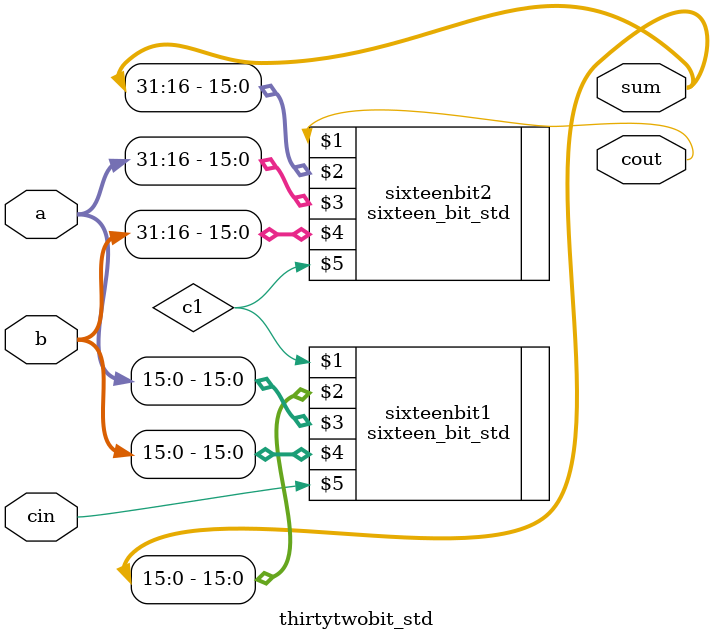
<source format=v>
module thirtytwobit_std (cout, sum, a, b, cin);

output cout;
output [31:0]sum;
input [31:0]a;
input [31:0]b;
input cin;

wire c1;

sixteen_bit_std sixteenbit1 (c1, sum[15:0], a[15:0], b[15:0], cin);
sixteen_bit_std sixteenbit2 (cout, sum[31:16], a[31:16], b[31:16], c1);


endmodule

</source>
